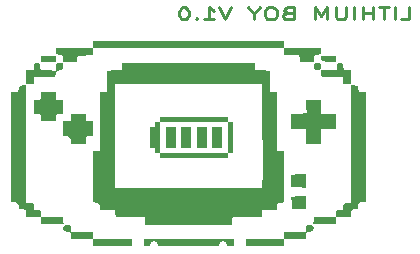
<source format=gbo>
%TF.GenerationSoftware,KiCad,Pcbnew,7.0.6*%
%TF.CreationDate,2023-09-04T14:52:52+12:00*%
%TF.ProjectId,GBA_lipo,4742415f-6c69-4706-9f2e-6b696361645f,rev?*%
%TF.SameCoordinates,Original*%
%TF.FileFunction,Legend,Bot*%
%TF.FilePolarity,Positive*%
%FSLAX46Y46*%
G04 Gerber Fmt 4.6, Leading zero omitted, Abs format (unit mm)*
G04 Created by KiCad (PCBNEW 7.0.6) date 2023-09-04 14:52:52*
%MOMM*%
%LPD*%
G01*
G04 APERTURE LIST*
%ADD10C,0.250000*%
%ADD11R,1.000000X1.000000*%
%ADD12O,1.000000X1.000000*%
%ADD13C,0.650000*%
%ADD14O,1.000000X1.600000*%
%ADD15O,1.000000X2.100000*%
G04 APERTURE END LIST*
D10*
X117964098Y-116964619D02*
X118678384Y-116964619D01*
X118678384Y-116964619D02*
X118678384Y-115964619D01*
X117464098Y-116964619D02*
X117464098Y-115964619D01*
X116964097Y-115964619D02*
X116106955Y-115964619D01*
X116535526Y-116964619D02*
X116535526Y-115964619D01*
X115606955Y-116964619D02*
X115606955Y-115964619D01*
X115606955Y-116440809D02*
X114749812Y-116440809D01*
X114749812Y-116964619D02*
X114749812Y-115964619D01*
X114035526Y-116964619D02*
X114035526Y-115964619D01*
X113321240Y-115964619D02*
X113321240Y-116774142D01*
X113321240Y-116774142D02*
X113249811Y-116869380D01*
X113249811Y-116869380D02*
X113178383Y-116917000D01*
X113178383Y-116917000D02*
X113035525Y-116964619D01*
X113035525Y-116964619D02*
X112749811Y-116964619D01*
X112749811Y-116964619D02*
X112606954Y-116917000D01*
X112606954Y-116917000D02*
X112535525Y-116869380D01*
X112535525Y-116869380D02*
X112464097Y-116774142D01*
X112464097Y-116774142D02*
X112464097Y-115964619D01*
X111749811Y-116964619D02*
X111749811Y-115964619D01*
X111749811Y-115964619D02*
X111249811Y-116678904D01*
X111249811Y-116678904D02*
X110749811Y-115964619D01*
X110749811Y-115964619D02*
X110749811Y-116964619D01*
X108392668Y-116440809D02*
X108178382Y-116488428D01*
X108178382Y-116488428D02*
X108106953Y-116536047D01*
X108106953Y-116536047D02*
X108035525Y-116631285D01*
X108035525Y-116631285D02*
X108035525Y-116774142D01*
X108035525Y-116774142D02*
X108106953Y-116869380D01*
X108106953Y-116869380D02*
X108178382Y-116917000D01*
X108178382Y-116917000D02*
X108321239Y-116964619D01*
X108321239Y-116964619D02*
X108892668Y-116964619D01*
X108892668Y-116964619D02*
X108892668Y-115964619D01*
X108892668Y-115964619D02*
X108392668Y-115964619D01*
X108392668Y-115964619D02*
X108249811Y-116012238D01*
X108249811Y-116012238D02*
X108178382Y-116059857D01*
X108178382Y-116059857D02*
X108106953Y-116155095D01*
X108106953Y-116155095D02*
X108106953Y-116250333D01*
X108106953Y-116250333D02*
X108178382Y-116345571D01*
X108178382Y-116345571D02*
X108249811Y-116393190D01*
X108249811Y-116393190D02*
X108392668Y-116440809D01*
X108392668Y-116440809D02*
X108892668Y-116440809D01*
X107106953Y-115964619D02*
X106821239Y-115964619D01*
X106821239Y-115964619D02*
X106678382Y-116012238D01*
X106678382Y-116012238D02*
X106535525Y-116107476D01*
X106535525Y-116107476D02*
X106464096Y-116297952D01*
X106464096Y-116297952D02*
X106464096Y-116631285D01*
X106464096Y-116631285D02*
X106535525Y-116821761D01*
X106535525Y-116821761D02*
X106678382Y-116917000D01*
X106678382Y-116917000D02*
X106821239Y-116964619D01*
X106821239Y-116964619D02*
X107106953Y-116964619D01*
X107106953Y-116964619D02*
X107249811Y-116917000D01*
X107249811Y-116917000D02*
X107392668Y-116821761D01*
X107392668Y-116821761D02*
X107464096Y-116631285D01*
X107464096Y-116631285D02*
X107464096Y-116297952D01*
X107464096Y-116297952D02*
X107392668Y-116107476D01*
X107392668Y-116107476D02*
X107249811Y-116012238D01*
X107249811Y-116012238D02*
X107106953Y-115964619D01*
X105535524Y-116488428D02*
X105535524Y-116964619D01*
X106035524Y-115964619D02*
X105535524Y-116488428D01*
X105535524Y-116488428D02*
X105035524Y-115964619D01*
X103606953Y-115964619D02*
X103106953Y-116964619D01*
X103106953Y-116964619D02*
X102606953Y-115964619D01*
X101321239Y-116964619D02*
X102178382Y-116964619D01*
X101749811Y-116964619D02*
X101749811Y-115964619D01*
X101749811Y-115964619D02*
X101892668Y-116107476D01*
X101892668Y-116107476D02*
X102035525Y-116202714D01*
X102035525Y-116202714D02*
X102178382Y-116250333D01*
X100678383Y-116869380D02*
X100606954Y-116917000D01*
X100606954Y-116917000D02*
X100678383Y-116964619D01*
X100678383Y-116964619D02*
X100749811Y-116917000D01*
X100749811Y-116917000D02*
X100678383Y-116869380D01*
X100678383Y-116869380D02*
X100678383Y-116964619D01*
X99678382Y-115964619D02*
X99535525Y-115964619D01*
X99535525Y-115964619D02*
X99392668Y-116012238D01*
X99392668Y-116012238D02*
X99321240Y-116059857D01*
X99321240Y-116059857D02*
X99249811Y-116155095D01*
X99249811Y-116155095D02*
X99178382Y-116345571D01*
X99178382Y-116345571D02*
X99178382Y-116583666D01*
X99178382Y-116583666D02*
X99249811Y-116774142D01*
X99249811Y-116774142D02*
X99321240Y-116869380D01*
X99321240Y-116869380D02*
X99392668Y-116917000D01*
X99392668Y-116917000D02*
X99535525Y-116964619D01*
X99535525Y-116964619D02*
X99678382Y-116964619D01*
X99678382Y-116964619D02*
X99821240Y-116917000D01*
X99821240Y-116917000D02*
X99892668Y-116869380D01*
X99892668Y-116869380D02*
X99964097Y-116774142D01*
X99964097Y-116774142D02*
X100035525Y-116583666D01*
X100035525Y-116583666D02*
X100035525Y-116345571D01*
X100035525Y-116345571D02*
X99964097Y-116155095D01*
X99964097Y-116155095D02*
X99892668Y-116059857D01*
X99892668Y-116059857D02*
X99821240Y-116012238D01*
X99821240Y-116012238D02*
X99678382Y-115964619D01*
G36*
X103314248Y-125467196D02*
G01*
X103315607Y-125684680D01*
X103533091Y-125686039D01*
X103750574Y-125687399D01*
X103750574Y-127000000D01*
X103750574Y-128312601D01*
X103533091Y-128313960D01*
X103315607Y-128315320D01*
X103314248Y-128532803D01*
X103312888Y-128750287D01*
X100468729Y-128750287D01*
X97624569Y-128750287D01*
X97624569Y-128531501D01*
X97624569Y-128312715D01*
X97405784Y-128312715D01*
X97186998Y-128312715D01*
X97186998Y-128093929D01*
X97186998Y-127875143D01*
X96968212Y-127875143D01*
X96749426Y-127875143D01*
X96749426Y-127000000D01*
X96749426Y-126124856D01*
X96968212Y-126124856D01*
X97186998Y-126124856D01*
X97186998Y-125906070D01*
X97186998Y-125687285D01*
X97405784Y-125687285D01*
X97624569Y-125687285D01*
X97624569Y-126999995D01*
X97624569Y-128312715D01*
X100466345Y-128312715D01*
X100519058Y-128312715D01*
X100729217Y-128312709D01*
X100929233Y-128312694D01*
X101119327Y-128312670D01*
X101299719Y-128312636D01*
X101470630Y-128312592D01*
X101632281Y-128312537D01*
X101784894Y-128312471D01*
X101928689Y-128312394D01*
X102063888Y-128312304D01*
X102190711Y-128312201D01*
X102309379Y-128312085D01*
X102420114Y-128311955D01*
X102523136Y-128311811D01*
X102618666Y-128311653D01*
X102706926Y-128311479D01*
X102788136Y-128311289D01*
X102862517Y-128311083D01*
X102930290Y-128310860D01*
X102991677Y-128310620D01*
X103046898Y-128310362D01*
X103096174Y-128310085D01*
X103139727Y-128309790D01*
X103177776Y-128309476D01*
X103210544Y-128309142D01*
X103238252Y-128308787D01*
X103261119Y-128308411D01*
X103279368Y-128308015D01*
X103293218Y-128307596D01*
X103302892Y-128307155D01*
X103308610Y-128306691D01*
X103310594Y-128306204D01*
X103310677Y-128305236D01*
X103310886Y-128295680D01*
X103311079Y-128276318D01*
X103311256Y-128247593D01*
X103311416Y-128209948D01*
X103311560Y-128163827D01*
X103311687Y-128109675D01*
X103311797Y-128047933D01*
X103311888Y-127979047D01*
X103311961Y-127903459D01*
X103312016Y-127821613D01*
X103312051Y-127733953D01*
X103312067Y-127640922D01*
X103312063Y-127542964D01*
X103312039Y-127440522D01*
X103311994Y-127334040D01*
X103311928Y-127223962D01*
X103311841Y-127110731D01*
X103311733Y-126994791D01*
X103310398Y-125689889D01*
X100467484Y-125688582D01*
X97624569Y-125687275D01*
X97624569Y-125468499D01*
X97624569Y-125249713D01*
X100468729Y-125249713D01*
X103312888Y-125249713D01*
X103314248Y-125467196D01*
G37*
G36*
X102875431Y-127000000D02*
G01*
X102875431Y-127875143D01*
X102437859Y-127875143D01*
X102000287Y-127875143D01*
X102000287Y-127000000D01*
X102000287Y-126124856D01*
X102437859Y-126124856D01*
X102875431Y-126124856D01*
X102875431Y-127000000D01*
G37*
G36*
X101562715Y-127000000D02*
G01*
X101562715Y-127875143D01*
X101125144Y-127875143D01*
X100687572Y-127875143D01*
X100687572Y-127000000D01*
X100687572Y-126124856D01*
X101125144Y-126124856D01*
X101562715Y-126124856D01*
X101562715Y-127000000D01*
G37*
G36*
X100250000Y-127000000D02*
G01*
X100250000Y-127875143D01*
X99812428Y-127875143D01*
X99374857Y-127875143D01*
X99374857Y-127000000D01*
X99374857Y-126124856D01*
X99812428Y-126124856D01*
X100250000Y-126124856D01*
X100250000Y-127000000D01*
G37*
G36*
X98937285Y-127000000D02*
G01*
X98937285Y-127875143D01*
X98499713Y-127875143D01*
X98062141Y-127875143D01*
X98062141Y-127000000D01*
X98062141Y-126124856D01*
X98499713Y-126124856D01*
X98937285Y-126124856D01*
X98937285Y-127000000D01*
G37*
G36*
X110484478Y-134425109D02*
G01*
X110573301Y-134499308D01*
X110590813Y-134680212D01*
X110574299Y-134858325D01*
X110487734Y-134934460D01*
X110276679Y-134949470D01*
X110252769Y-134949509D01*
X110054827Y-134966716D01*
X109976438Y-135053061D01*
X109962545Y-135263604D01*
X109962545Y-135577738D01*
X109020142Y-135577738D01*
X108077739Y-135577738D01*
X108077739Y-135891873D01*
X108077739Y-136206007D01*
X100000000Y-136206007D01*
X91922262Y-136206007D01*
X91922262Y-135891873D01*
X91922262Y-135577738D01*
X90979859Y-135577738D01*
X90037456Y-135577738D01*
X90037456Y-135263604D01*
X90037417Y-135239694D01*
X90020210Y-135041752D01*
X89933865Y-134963364D01*
X89723322Y-134949470D01*
X89515523Y-134935315D01*
X89426699Y-134861116D01*
X89409188Y-134680212D01*
X89425701Y-134502098D01*
X89512267Y-134425964D01*
X89723322Y-134410954D01*
X89931121Y-134425109D01*
X90019944Y-134499308D01*
X90037456Y-134680212D01*
X90069928Y-134873640D01*
X90149647Y-134960164D01*
X90189006Y-134962568D01*
X90387427Y-134969156D01*
X90696898Y-134976223D01*
X91069612Y-134982602D01*
X91877386Y-134994346D01*
X91905510Y-135286042D01*
X91933635Y-135577738D01*
X100000000Y-135577738D01*
X108066366Y-135577738D01*
X108094490Y-135286042D01*
X108122615Y-134994346D01*
X108952827Y-134983127D01*
X109142119Y-134980311D01*
X109489501Y-134973683D01*
X109748192Y-134966773D01*
X109872792Y-134960689D01*
X109873228Y-134960631D01*
X109936323Y-134873221D01*
X109962545Y-134680212D01*
X109979058Y-134502098D01*
X110065624Y-134425964D01*
X110276679Y-134410954D01*
X110484478Y-134425109D01*
G37*
G36*
X108104004Y-130308847D02*
G01*
X108085392Y-132481272D01*
X107789870Y-132526148D01*
X107628968Y-132560606D01*
X107518862Y-132649403D01*
X107494347Y-132837695D01*
X107494347Y-133104366D01*
X106866078Y-133107322D01*
X106237810Y-133110279D01*
X106209871Y-133399109D01*
X106181933Y-133687939D01*
X104953334Y-133712874D01*
X103724735Y-133737809D01*
X103710545Y-134007067D01*
X103698375Y-134213153D01*
X103688107Y-134344635D01*
X103668544Y-134351389D01*
X103503758Y-134364584D01*
X103186881Y-134375574D01*
X102736676Y-134384132D01*
X102171908Y-134390032D01*
X101511341Y-134393047D01*
X100773737Y-134392949D01*
X99977863Y-134389511D01*
X96275866Y-134366078D01*
X96304881Y-134029505D01*
X96333895Y-133692933D01*
X95076168Y-133692933D01*
X93818441Y-133692933D01*
X93790316Y-133401237D01*
X93762191Y-133109541D01*
X93133923Y-133109541D01*
X92505654Y-133109541D01*
X92505654Y-132840283D01*
X92494420Y-132690657D01*
X92414551Y-132579180D01*
X92210131Y-132526148D01*
X91914608Y-132481272D01*
X91904249Y-131272089D01*
X93762191Y-131272089D01*
X99988990Y-131293288D01*
X100605061Y-131295140D01*
X101905557Y-131297149D01*
X103039902Y-131296027D01*
X104006191Y-131291796D01*
X104802522Y-131284477D01*
X105426989Y-131274090D01*
X105877688Y-131260657D01*
X106152716Y-131244199D01*
X106250167Y-131224735D01*
X106250678Y-131222912D01*
X106256959Y-131105329D01*
X106261908Y-130827275D01*
X106265482Y-130406479D01*
X106267636Y-129860674D01*
X106268326Y-129207591D01*
X106267510Y-128464960D01*
X106265141Y-127650512D01*
X106261178Y-126781979D01*
X106237810Y-122428975D01*
X100000000Y-122428975D01*
X93762191Y-122428975D01*
X93762191Y-126850532D01*
X93762191Y-131272089D01*
X91904249Y-131272089D01*
X91895997Y-130308847D01*
X91877386Y-128136423D01*
X92173801Y-128109907D01*
X92470217Y-128083392D01*
X92487936Y-125615194D01*
X92505654Y-123146996D01*
X92797350Y-123118872D01*
X93089046Y-123090747D01*
X93089046Y-122202839D01*
X93089046Y-121314931D01*
X93735408Y-121288561D01*
X94381769Y-121262191D01*
X94386115Y-120948056D01*
X94390460Y-120633922D01*
X100000000Y-120633922D01*
X105609541Y-120633922D01*
X105613886Y-120948056D01*
X105618231Y-121262191D01*
X106264593Y-121288561D01*
X106910954Y-121314931D01*
X106910954Y-122202839D01*
X106910954Y-123090747D01*
X107202651Y-123118872D01*
X107494347Y-123146996D01*
X107512065Y-125615194D01*
X107529783Y-128083392D01*
X107826199Y-128109907D01*
X108122615Y-128136423D01*
X108113438Y-129207591D01*
X108104004Y-130308847D01*
G37*
G36*
X114239782Y-122577763D02*
G01*
X114339691Y-122657490D01*
X114377176Y-122855300D01*
X114408038Y-123040356D01*
X114495043Y-123121184D01*
X114696997Y-123118817D01*
X114988693Y-123090637D01*
X114988693Y-127757830D01*
X114988693Y-132425022D01*
X114696997Y-132453147D01*
X114537704Y-132478787D01*
X114420691Y-132567353D01*
X114377176Y-132772968D01*
X114344168Y-132960038D01*
X114251452Y-133047251D01*
X114040604Y-133064664D01*
X114020313Y-133064695D01*
X113824218Y-133081850D01*
X113746169Y-133168215D01*
X113732156Y-133378798D01*
X113732156Y-133692933D01*
X113103887Y-133692933D01*
X112475619Y-133692933D01*
X112475619Y-134007067D01*
X112475619Y-134321201D01*
X111527529Y-134321201D01*
X110579440Y-134321201D01*
X110607565Y-134029505D01*
X110635689Y-133737809D01*
X111550197Y-133712291D01*
X112464705Y-133686774D01*
X112492600Y-133398157D01*
X112521842Y-133222375D01*
X112609218Y-133132368D01*
X112812191Y-133122650D01*
X112813322Y-133122701D01*
X113010130Y-133116132D01*
X113089294Y-133036574D01*
X113103887Y-132830954D01*
X113103912Y-132813000D01*
X113121031Y-132618079D01*
X113207410Y-132540241D01*
X113418022Y-132526148D01*
X113732156Y-132526148D01*
X113732156Y-127544876D01*
X113732156Y-122563604D01*
X114040604Y-122563604D01*
X114239782Y-122577763D01*
G37*
G36*
X86267845Y-127544876D02*
G01*
X86267845Y-132526148D01*
X86581979Y-132526148D01*
X86602759Y-132526178D01*
X86802407Y-132543036D01*
X86881855Y-132627891D01*
X86896113Y-132834792D01*
X86896122Y-132846106D01*
X86911452Y-133047180D01*
X86991300Y-133123260D01*
X87187810Y-133126489D01*
X87369062Y-133128263D01*
X87469677Y-133200399D01*
X87507401Y-133398157D01*
X87535296Y-133686774D01*
X88449804Y-133712291D01*
X89364311Y-133737809D01*
X89392436Y-134029505D01*
X89420561Y-134321201D01*
X88472471Y-134321201D01*
X87524382Y-134321201D01*
X87524382Y-134007067D01*
X87524382Y-133692933D01*
X86896113Y-133692933D01*
X86267845Y-133692933D01*
X86267845Y-133378798D01*
X86267815Y-133358134D01*
X86250970Y-133158423D01*
X86166168Y-133078936D01*
X85959397Y-133064664D01*
X85760219Y-133050506D01*
X85660310Y-132970778D01*
X85622825Y-132772968D01*
X85597185Y-132613675D01*
X85508619Y-132496662D01*
X85303004Y-132453147D01*
X85011308Y-132425022D01*
X85011308Y-127757830D01*
X85011308Y-123090637D01*
X85303004Y-123118817D01*
X85490550Y-123123916D01*
X85586526Y-123053976D01*
X85622825Y-122855300D01*
X85655833Y-122668230D01*
X85748549Y-122581017D01*
X85959397Y-122563604D01*
X86267845Y-122563604D01*
X86267845Y-127544876D01*
G37*
G36*
X109962747Y-132507811D02*
G01*
X109962545Y-133072866D01*
X109356714Y-133046327D01*
X108750884Y-133019788D01*
X108724191Y-132511242D01*
X108697499Y-132002696D01*
X109330224Y-131972726D01*
X109962949Y-131942756D01*
X109962747Y-132507811D01*
G37*
G36*
X109962949Y-130641343D02*
G01*
X109962949Y-131224735D01*
X109334478Y-131194932D01*
X108706007Y-131165128D01*
X108706007Y-130641343D01*
X108706007Y-130117557D01*
X109334478Y-130087754D01*
X109962949Y-130057950D01*
X109962949Y-130641343D01*
G37*
G36*
X111219082Y-124403533D02*
G01*
X111219082Y-124986926D01*
X111847350Y-124986926D01*
X112475619Y-124986926D01*
X112475619Y-125615194D01*
X112475619Y-126243463D01*
X111847350Y-126243463D01*
X111219082Y-126243463D01*
X111219082Y-126871731D01*
X111219082Y-127500000D01*
X110590813Y-127500000D01*
X109962545Y-127500000D01*
X109962545Y-126871731D01*
X109962545Y-126243463D01*
X109334276Y-126243463D01*
X108706007Y-126243463D01*
X108706007Y-125619126D01*
X108706007Y-124994790D01*
X109351091Y-124968420D01*
X109996175Y-124942049D01*
X109973011Y-124381095D01*
X109949847Y-123820141D01*
X110584464Y-123820141D01*
X111219082Y-123820141D01*
X111219082Y-124403533D01*
G37*
G36*
X91293993Y-125301060D02*
G01*
X91294032Y-125324970D01*
X91311240Y-125522912D01*
X91397585Y-125601300D01*
X91608128Y-125615194D01*
X91922262Y-125615194D01*
X91922262Y-126243463D01*
X91922262Y-126871731D01*
X91608128Y-126871731D01*
X91584217Y-126871770D01*
X91386275Y-126888978D01*
X91307887Y-126975323D01*
X91293993Y-127185866D01*
X91293993Y-127500000D01*
X90671411Y-127500000D01*
X90048829Y-127500000D01*
X90020705Y-127208304D01*
X89995065Y-127049011D01*
X89906499Y-126931998D01*
X89700884Y-126888483D01*
X89409188Y-126860358D01*
X89409188Y-126237776D01*
X89409188Y-125615194D01*
X89723322Y-125615194D01*
X89747232Y-125615155D01*
X89945174Y-125597948D01*
X90023562Y-125511603D01*
X90037456Y-125301060D01*
X90037456Y-124986926D01*
X90665725Y-124986926D01*
X91293993Y-124986926D01*
X91293993Y-125301060D01*
G37*
G36*
X88780919Y-123461131D02*
G01*
X88781622Y-123567066D01*
X88804541Y-123742165D01*
X88893924Y-123809273D01*
X89095053Y-123820141D01*
X89409188Y-123820141D01*
X89409188Y-124403533D01*
X89409188Y-124986926D01*
X89095053Y-124986926D01*
X89071143Y-124986965D01*
X88873201Y-125004172D01*
X88794813Y-125090517D01*
X88780919Y-125301060D01*
X88780919Y-125615194D01*
X88152651Y-125615194D01*
X87524382Y-125615194D01*
X87524382Y-125301060D01*
X87524343Y-125277150D01*
X87507136Y-125079208D01*
X87420790Y-125000820D01*
X87210248Y-124986926D01*
X86896113Y-124986926D01*
X86896113Y-124409220D01*
X86896113Y-123831514D01*
X87187810Y-123803390D01*
X87196876Y-123802504D01*
X87386397Y-123764325D01*
X87472998Y-123662336D01*
X87507362Y-123438692D01*
X87535218Y-123102120D01*
X88158068Y-123102120D01*
X88780919Y-123102120D01*
X88780919Y-123461131D01*
G37*
G36*
X113012743Y-120695312D02*
G01*
X113088877Y-120781878D01*
X113103887Y-120992933D01*
X113103926Y-121016843D01*
X113121134Y-121214785D01*
X113207479Y-121293173D01*
X113418022Y-121307067D01*
X113732156Y-121307067D01*
X113732156Y-121890459D01*
X113732156Y-122473851D01*
X113418022Y-122473851D01*
X113406980Y-122473842D01*
X113202039Y-122458009D01*
X113119286Y-122377381D01*
X113103887Y-122180804D01*
X113103887Y-121887757D01*
X112183923Y-121889108D01*
X111263958Y-121890459D01*
X111235833Y-121598763D01*
X111207708Y-121307067D01*
X111886540Y-121307067D01*
X112565371Y-121307067D01*
X112565371Y-120992933D01*
X112579526Y-120785134D01*
X112653725Y-120696310D01*
X112834629Y-120678798D01*
X113012743Y-120695312D01*
G37*
G36*
X89140184Y-120678893D02*
G01*
X89330554Y-120695773D01*
X89398113Y-120776448D01*
X89392436Y-120970495D01*
X89367436Y-121127221D01*
X89280104Y-121245999D01*
X89077907Y-121289921D01*
X88929839Y-121313335D01*
X88808595Y-121400372D01*
X88763773Y-121604055D01*
X88736043Y-121890459D01*
X87816078Y-121887521D01*
X86896113Y-121884583D01*
X86896113Y-122179217D01*
X86896102Y-122190561D01*
X86879107Y-122382244D01*
X86792684Y-122459524D01*
X86581979Y-122473851D01*
X86267845Y-122473851D01*
X86267845Y-121890459D01*
X86267845Y-121307067D01*
X86581979Y-121307067D01*
X86605889Y-121307028D01*
X86803831Y-121289821D01*
X86882220Y-121203475D01*
X86896113Y-120992933D01*
X86909845Y-120787403D01*
X86982510Y-120696899D01*
X87159685Y-120678798D01*
X87305994Y-120689680D01*
X87410637Y-120768140D01*
X87451381Y-120970495D01*
X87479506Y-121262191D01*
X88130212Y-121288561D01*
X88780919Y-121314931D01*
X88780919Y-120996865D01*
X88781010Y-120960054D01*
X88799350Y-120767567D01*
X88887710Y-120691932D01*
X89100740Y-120678798D01*
X89140184Y-120678893D01*
G37*
G36*
X111108729Y-120692529D02*
G01*
X111200443Y-120763060D01*
X111219082Y-120933098D01*
X111202051Y-121122463D01*
X111155126Y-121251352D01*
X111059483Y-121286355D01*
X110863430Y-121288749D01*
X110776441Y-121272578D01*
X110656197Y-121181961D01*
X110607565Y-120970495D01*
X110604199Y-120934511D01*
X110605823Y-120759397D01*
X110687651Y-120690685D01*
X110899261Y-120678798D01*
X111108729Y-120692529D01*
G37*
G36*
X112475619Y-120323889D02*
G01*
X112475619Y-120597247D01*
X111869788Y-120570708D01*
X111738056Y-120564666D01*
X111469788Y-120544262D01*
X111324456Y-120504908D01*
X111260299Y-120428603D01*
X111235558Y-120297350D01*
X111207158Y-120050530D01*
X111841389Y-120050530D01*
X112475619Y-120050530D01*
X112475619Y-120323889D01*
G37*
G36*
X108077739Y-119108127D02*
G01*
X108077739Y-119422261D01*
X109648410Y-119422261D01*
X111219082Y-119422261D01*
X111219082Y-119691519D01*
X111202568Y-119869633D01*
X111116002Y-119945767D01*
X110904947Y-119960777D01*
X110881037Y-119960816D01*
X110683095Y-119978024D01*
X110604707Y-120064369D01*
X110590813Y-120274912D01*
X110590813Y-120589046D01*
X110013107Y-120589046D01*
X109435402Y-120589046D01*
X109407277Y-120299023D01*
X109379152Y-120008999D01*
X108750884Y-120007326D01*
X108122615Y-120005654D01*
X108094490Y-119713957D01*
X108066366Y-119422261D01*
X100000000Y-119422261D01*
X91933635Y-119422261D01*
X91905510Y-119713957D01*
X91901964Y-119750886D01*
X91880798Y-119886528D01*
X91825568Y-119968704D01*
X91699929Y-120011987D01*
X91467538Y-120030953D01*
X91092050Y-120040177D01*
X91050433Y-120041023D01*
X90778046Y-120052232D01*
X90636978Y-120086823D01*
X90584023Y-120168205D01*
X90575972Y-120319788D01*
X90575972Y-120589046D01*
X89992580Y-120589046D01*
X89409188Y-120589046D01*
X89409188Y-120274912D01*
X89409149Y-120251001D01*
X89391941Y-120053059D01*
X89305596Y-119974671D01*
X89095053Y-119960777D01*
X88887254Y-119946623D01*
X88798431Y-119872423D01*
X88780919Y-119691519D01*
X88780919Y-119422261D01*
X90351590Y-119422261D01*
X91922262Y-119422261D01*
X91922262Y-119108127D01*
X91922262Y-118793993D01*
X100000000Y-118793993D01*
X108077739Y-118793993D01*
X108077739Y-119108127D01*
G37*
G36*
X88780919Y-120319788D02*
G01*
X88780919Y-120589046D01*
X88152651Y-120589046D01*
X87524382Y-120589046D01*
X87524382Y-120319788D01*
X87524382Y-120050530D01*
X88152651Y-120050530D01*
X88780919Y-120050530D01*
X88780919Y-120319788D01*
G37*
%LPC*%
D11*
X117200000Y-120210000D03*
D12*
X117200000Y-118940000D03*
D13*
X102890000Y-136090000D03*
X97110000Y-136090000D03*
D14*
X95680000Y-139740000D03*
X104320000Y-139740000D03*
D15*
X104320000Y-135560000D03*
X95680000Y-135560000D03*
D11*
X83200000Y-120410000D03*
D12*
X83200000Y-119140000D03*
%LPD*%
M02*

</source>
